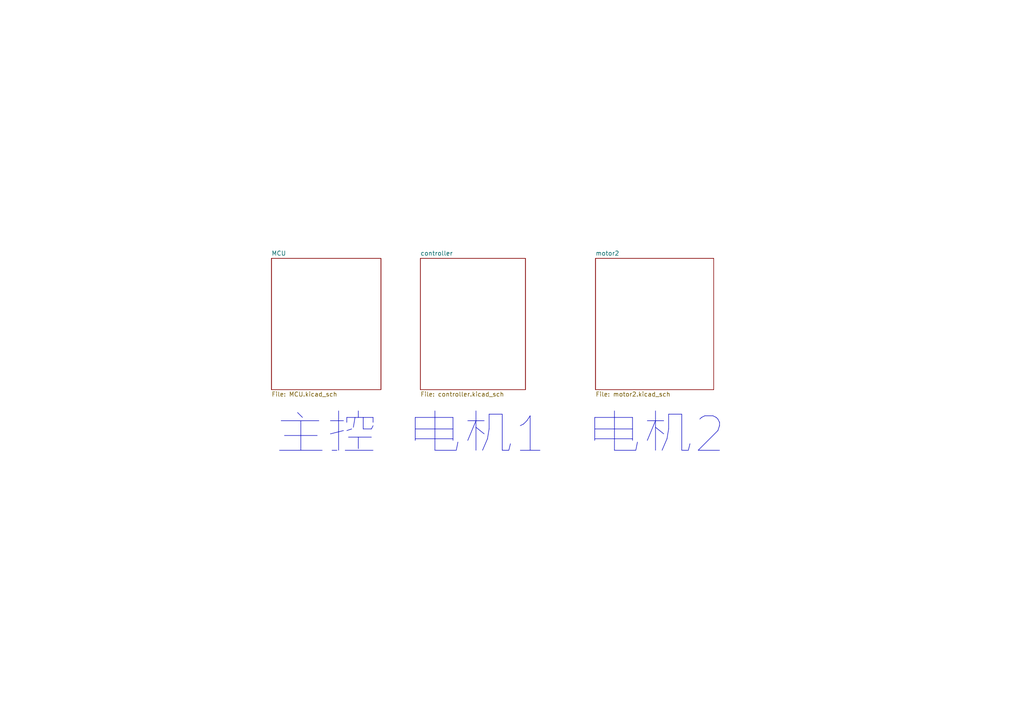
<source format=kicad_sch>
(kicad_sch (version 20211123) (generator eeschema)
  (paper "A4")
  (title_block (title "FOC驱动板") (date "2022-10-23") (company "ZYP制造") (comment 1 "三路采样无感驱动"))
  (lib_symbols)
  (text "电机2\n" (at 171.45 132.08 0) (effects (font (size 10 10)) (justify left bottom)))
  (text "电机1" (at 119.38 132.08 0) (effects (font (size 10 10)) (justify left bottom)))
  (text "主控" (at 80.01 132.08 0) (effects (font (size 10 10)) (justify left bottom)))
  (sheet (at 172.72 74.93) (size 34.29 38.1) (stroke (width 0.1524))
    (property "Sheet name" "motor2" (at 172.72 74.2184 0) (effects (justify left bottom)))
    (property "Sheet file" "motor2.kicad_sch" (at 172.72 113.6146 0) (effects (justify left top)))
  )
  (sheet (at 121.92 74.93) (size 30.48 38.1) (stroke (width 0.1524))
    (property "Sheet name" "controller" (at 121.92 74.2184 0) (effects (justify left bottom)))
    (property "Sheet file" "controller.kicad_sch" (at 121.92 113.6146 0) (effects (justify left top)))
  )
  (sheet (at 78.74 74.93) (size 31.75 38.1) (stroke (width 0.1524))
    (property "Sheet name" "MCU" (at 78.74 74.2184 0) (effects (justify left bottom)))
    (property "Sheet file" "MCU.kicad_sch" (at 78.74 113.6146 0) (effects (justify left top)))
  )
)
</source>
